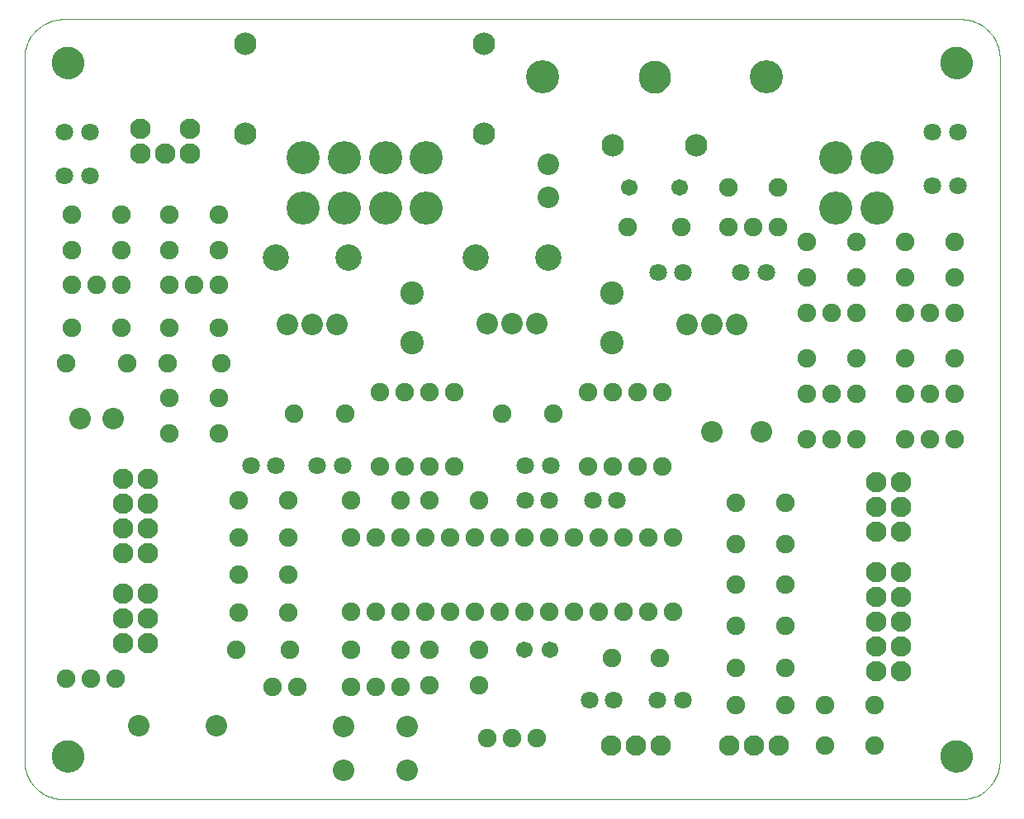
<source format=gbs>
G75*
%MOIN*%
%OFA0B0*%
%FSLAX24Y24*%
%IPPOS*%
%LPD*%
%AMOC8*
5,1,8,0,0,1.08239X$1,22.5*
%
%ADD10C,0.0000*%
%ADD11C,0.1300*%
%ADD12C,0.0749*%
%ADD13C,0.0709*%
%ADD14C,0.0670*%
%ADD15C,0.0867*%
%ADD16C,0.0827*%
%ADD17C,0.1064*%
%ADD18C,0.0906*%
%ADD19C,0.1339*%
%ADD20C,0.0946*%
D10*
X002390Y008381D02*
X038610Y008381D01*
X038610Y008385D02*
X038687Y008387D01*
X038764Y008393D01*
X038841Y008402D01*
X038917Y008415D01*
X038993Y008432D01*
X039067Y008453D01*
X039141Y008477D01*
X039213Y008505D01*
X039283Y008536D01*
X039352Y008571D01*
X039420Y008609D01*
X039485Y008650D01*
X039548Y008695D01*
X039609Y008743D01*
X039668Y008793D01*
X039724Y008846D01*
X039777Y008902D01*
X039827Y008961D01*
X039875Y009022D01*
X039920Y009085D01*
X039961Y009150D01*
X039999Y009218D01*
X040034Y009287D01*
X040065Y009357D01*
X040093Y009429D01*
X040117Y009503D01*
X040138Y009577D01*
X040155Y009653D01*
X040168Y009729D01*
X040177Y009806D01*
X040183Y009883D01*
X040185Y009960D01*
X040185Y038306D01*
X040183Y038383D01*
X040177Y038460D01*
X040168Y038537D01*
X040155Y038613D01*
X040138Y038689D01*
X040117Y038763D01*
X040093Y038837D01*
X040065Y038909D01*
X040034Y038979D01*
X039999Y039048D01*
X039961Y039116D01*
X039920Y039181D01*
X039875Y039244D01*
X039827Y039305D01*
X039777Y039364D01*
X039724Y039420D01*
X039668Y039473D01*
X039609Y039523D01*
X039548Y039571D01*
X039485Y039616D01*
X039420Y039657D01*
X039352Y039695D01*
X039283Y039730D01*
X039213Y039761D01*
X039141Y039789D01*
X039067Y039813D01*
X038993Y039834D01*
X038917Y039851D01*
X038841Y039864D01*
X038764Y039873D01*
X038687Y039879D01*
X038610Y039881D01*
X002390Y039881D01*
X002313Y039879D01*
X002236Y039873D01*
X002159Y039864D01*
X002083Y039851D01*
X002007Y039834D01*
X001933Y039813D01*
X001859Y039789D01*
X001787Y039761D01*
X001717Y039730D01*
X001648Y039695D01*
X001580Y039657D01*
X001515Y039616D01*
X001452Y039571D01*
X001391Y039523D01*
X001332Y039473D01*
X001276Y039420D01*
X001223Y039364D01*
X001173Y039305D01*
X001125Y039244D01*
X001080Y039181D01*
X001039Y039116D01*
X001001Y039048D01*
X000966Y038979D01*
X000935Y038909D01*
X000907Y038837D01*
X000883Y038763D01*
X000862Y038689D01*
X000845Y038613D01*
X000832Y038537D01*
X000823Y038460D01*
X000817Y038383D01*
X000815Y038306D01*
X000815Y009960D01*
X000817Y009883D01*
X000823Y009806D01*
X000832Y009729D01*
X000845Y009653D01*
X000862Y009577D01*
X000883Y009503D01*
X000907Y009429D01*
X000935Y009357D01*
X000966Y009287D01*
X001001Y009218D01*
X001039Y009150D01*
X001080Y009085D01*
X001125Y009022D01*
X001173Y008961D01*
X001223Y008902D01*
X001276Y008846D01*
X001332Y008793D01*
X001391Y008743D01*
X001452Y008695D01*
X001515Y008650D01*
X001580Y008609D01*
X001648Y008571D01*
X001717Y008536D01*
X001787Y008505D01*
X001859Y008477D01*
X001933Y008453D01*
X002007Y008432D01*
X002083Y008415D01*
X002159Y008402D01*
X002236Y008393D01*
X002313Y008387D01*
X002390Y008385D01*
X001937Y010133D02*
X001939Y010183D01*
X001945Y010233D01*
X001955Y010282D01*
X001969Y010330D01*
X001986Y010377D01*
X002007Y010422D01*
X002032Y010466D01*
X002060Y010507D01*
X002092Y010546D01*
X002126Y010583D01*
X002163Y010617D01*
X002203Y010647D01*
X002245Y010674D01*
X002289Y010698D01*
X002335Y010719D01*
X002382Y010735D01*
X002430Y010748D01*
X002480Y010757D01*
X002529Y010762D01*
X002580Y010763D01*
X002630Y010760D01*
X002679Y010753D01*
X002728Y010742D01*
X002776Y010727D01*
X002822Y010709D01*
X002867Y010687D01*
X002910Y010661D01*
X002951Y010632D01*
X002990Y010600D01*
X003026Y010565D01*
X003058Y010527D01*
X003088Y010487D01*
X003115Y010444D01*
X003138Y010400D01*
X003157Y010354D01*
X003173Y010306D01*
X003185Y010257D01*
X003193Y010208D01*
X003197Y010158D01*
X003197Y010108D01*
X003193Y010058D01*
X003185Y010009D01*
X003173Y009960D01*
X003157Y009912D01*
X003138Y009866D01*
X003115Y009822D01*
X003088Y009779D01*
X003058Y009739D01*
X003026Y009701D01*
X002990Y009666D01*
X002951Y009634D01*
X002910Y009605D01*
X002867Y009579D01*
X002822Y009557D01*
X002776Y009539D01*
X002728Y009524D01*
X002679Y009513D01*
X002630Y009506D01*
X002580Y009503D01*
X002529Y009504D01*
X002480Y009509D01*
X002430Y009518D01*
X002382Y009531D01*
X002335Y009547D01*
X002289Y009568D01*
X002245Y009592D01*
X002203Y009619D01*
X002163Y009649D01*
X002126Y009683D01*
X002092Y009720D01*
X002060Y009759D01*
X002032Y009800D01*
X002007Y009844D01*
X001986Y009889D01*
X001969Y009936D01*
X001955Y009984D01*
X001945Y010033D01*
X001939Y010083D01*
X001937Y010133D01*
X025618Y037544D02*
X025620Y037594D01*
X025626Y037644D01*
X025636Y037693D01*
X025650Y037741D01*
X025667Y037788D01*
X025688Y037833D01*
X025713Y037877D01*
X025741Y037918D01*
X025773Y037957D01*
X025807Y037994D01*
X025844Y038028D01*
X025884Y038058D01*
X025926Y038085D01*
X025970Y038109D01*
X026016Y038130D01*
X026063Y038146D01*
X026111Y038159D01*
X026161Y038168D01*
X026210Y038173D01*
X026261Y038174D01*
X026311Y038171D01*
X026360Y038164D01*
X026409Y038153D01*
X026457Y038138D01*
X026503Y038120D01*
X026548Y038098D01*
X026591Y038072D01*
X026632Y038043D01*
X026671Y038011D01*
X026707Y037976D01*
X026739Y037938D01*
X026769Y037898D01*
X026796Y037855D01*
X026819Y037811D01*
X026838Y037765D01*
X026854Y037717D01*
X026866Y037668D01*
X026874Y037619D01*
X026878Y037569D01*
X026878Y037519D01*
X026874Y037469D01*
X026866Y037420D01*
X026854Y037371D01*
X026838Y037323D01*
X026819Y037277D01*
X026796Y037233D01*
X026769Y037190D01*
X026739Y037150D01*
X026707Y037112D01*
X026671Y037077D01*
X026632Y037045D01*
X026591Y037016D01*
X026548Y036990D01*
X026503Y036968D01*
X026457Y036950D01*
X026409Y036935D01*
X026360Y036924D01*
X026311Y036917D01*
X026261Y036914D01*
X026210Y036915D01*
X026161Y036920D01*
X026111Y036929D01*
X026063Y036942D01*
X026016Y036958D01*
X025970Y036979D01*
X025926Y037003D01*
X025884Y037030D01*
X025844Y037060D01*
X025807Y037094D01*
X025773Y037131D01*
X025741Y037170D01*
X025713Y037211D01*
X025688Y037255D01*
X025667Y037300D01*
X025650Y037347D01*
X025636Y037395D01*
X025626Y037444D01*
X025620Y037494D01*
X025618Y037544D01*
X037803Y038129D02*
X037805Y038179D01*
X037811Y038229D01*
X037821Y038278D01*
X037835Y038326D01*
X037852Y038373D01*
X037873Y038418D01*
X037898Y038462D01*
X037926Y038503D01*
X037958Y038542D01*
X037992Y038579D01*
X038029Y038613D01*
X038069Y038643D01*
X038111Y038670D01*
X038155Y038694D01*
X038201Y038715D01*
X038248Y038731D01*
X038296Y038744D01*
X038346Y038753D01*
X038395Y038758D01*
X038446Y038759D01*
X038496Y038756D01*
X038545Y038749D01*
X038594Y038738D01*
X038642Y038723D01*
X038688Y038705D01*
X038733Y038683D01*
X038776Y038657D01*
X038817Y038628D01*
X038856Y038596D01*
X038892Y038561D01*
X038924Y038523D01*
X038954Y038483D01*
X038981Y038440D01*
X039004Y038396D01*
X039023Y038350D01*
X039039Y038302D01*
X039051Y038253D01*
X039059Y038204D01*
X039063Y038154D01*
X039063Y038104D01*
X039059Y038054D01*
X039051Y038005D01*
X039039Y037956D01*
X039023Y037908D01*
X039004Y037862D01*
X038981Y037818D01*
X038954Y037775D01*
X038924Y037735D01*
X038892Y037697D01*
X038856Y037662D01*
X038817Y037630D01*
X038776Y037601D01*
X038733Y037575D01*
X038688Y037553D01*
X038642Y037535D01*
X038594Y037520D01*
X038545Y037509D01*
X038496Y037502D01*
X038446Y037499D01*
X038395Y037500D01*
X038346Y037505D01*
X038296Y037514D01*
X038248Y037527D01*
X038201Y037543D01*
X038155Y037564D01*
X038111Y037588D01*
X038069Y037615D01*
X038029Y037645D01*
X037992Y037679D01*
X037958Y037716D01*
X037926Y037755D01*
X037898Y037796D01*
X037873Y037840D01*
X037852Y037885D01*
X037835Y037932D01*
X037821Y037980D01*
X037811Y038029D01*
X037805Y038079D01*
X037803Y038129D01*
X037803Y010133D02*
X037805Y010183D01*
X037811Y010233D01*
X037821Y010282D01*
X037835Y010330D01*
X037852Y010377D01*
X037873Y010422D01*
X037898Y010466D01*
X037926Y010507D01*
X037958Y010546D01*
X037992Y010583D01*
X038029Y010617D01*
X038069Y010647D01*
X038111Y010674D01*
X038155Y010698D01*
X038201Y010719D01*
X038248Y010735D01*
X038296Y010748D01*
X038346Y010757D01*
X038395Y010762D01*
X038446Y010763D01*
X038496Y010760D01*
X038545Y010753D01*
X038594Y010742D01*
X038642Y010727D01*
X038688Y010709D01*
X038733Y010687D01*
X038776Y010661D01*
X038817Y010632D01*
X038856Y010600D01*
X038892Y010565D01*
X038924Y010527D01*
X038954Y010487D01*
X038981Y010444D01*
X039004Y010400D01*
X039023Y010354D01*
X039039Y010306D01*
X039051Y010257D01*
X039059Y010208D01*
X039063Y010158D01*
X039063Y010108D01*
X039059Y010058D01*
X039051Y010009D01*
X039039Y009960D01*
X039023Y009912D01*
X039004Y009866D01*
X038981Y009822D01*
X038954Y009779D01*
X038924Y009739D01*
X038892Y009701D01*
X038856Y009666D01*
X038817Y009634D01*
X038776Y009605D01*
X038733Y009579D01*
X038688Y009557D01*
X038642Y009539D01*
X038594Y009524D01*
X038545Y009513D01*
X038496Y009506D01*
X038446Y009503D01*
X038395Y009504D01*
X038346Y009509D01*
X038296Y009518D01*
X038248Y009531D01*
X038201Y009547D01*
X038155Y009568D01*
X038111Y009592D01*
X038069Y009619D01*
X038029Y009649D01*
X037992Y009683D01*
X037958Y009720D01*
X037926Y009759D01*
X037898Y009800D01*
X037873Y009844D01*
X037852Y009889D01*
X037835Y009936D01*
X037821Y009984D01*
X037811Y010033D01*
X037805Y010083D01*
X037803Y010133D01*
X001937Y038129D02*
X001939Y038179D01*
X001945Y038229D01*
X001955Y038278D01*
X001969Y038326D01*
X001986Y038373D01*
X002007Y038418D01*
X002032Y038462D01*
X002060Y038503D01*
X002092Y038542D01*
X002126Y038579D01*
X002163Y038613D01*
X002203Y038643D01*
X002245Y038670D01*
X002289Y038694D01*
X002335Y038715D01*
X002382Y038731D01*
X002430Y038744D01*
X002480Y038753D01*
X002529Y038758D01*
X002580Y038759D01*
X002630Y038756D01*
X002679Y038749D01*
X002728Y038738D01*
X002776Y038723D01*
X002822Y038705D01*
X002867Y038683D01*
X002910Y038657D01*
X002951Y038628D01*
X002990Y038596D01*
X003026Y038561D01*
X003058Y038523D01*
X003088Y038483D01*
X003115Y038440D01*
X003138Y038396D01*
X003157Y038350D01*
X003173Y038302D01*
X003185Y038253D01*
X003193Y038204D01*
X003197Y038154D01*
X003197Y038104D01*
X003193Y038054D01*
X003185Y038005D01*
X003173Y037956D01*
X003157Y037908D01*
X003138Y037862D01*
X003115Y037818D01*
X003088Y037775D01*
X003058Y037735D01*
X003026Y037697D01*
X002990Y037662D01*
X002951Y037630D01*
X002910Y037601D01*
X002867Y037575D01*
X002822Y037553D01*
X002776Y037535D01*
X002728Y037520D01*
X002679Y037509D01*
X002630Y037502D01*
X002580Y037499D01*
X002529Y037500D01*
X002480Y037505D01*
X002430Y037514D01*
X002382Y037527D01*
X002335Y037543D01*
X002289Y037564D01*
X002245Y037588D01*
X002203Y037615D01*
X002163Y037645D01*
X002126Y037679D01*
X002092Y037716D01*
X002060Y037755D01*
X002032Y037796D01*
X002007Y037840D01*
X001986Y037885D01*
X001969Y037932D01*
X001955Y037980D01*
X001945Y038029D01*
X001939Y038079D01*
X001937Y038129D01*
D11*
X002567Y038129D03*
X026248Y037544D03*
X038433Y038129D03*
X038433Y010133D03*
X002567Y010133D03*
D12*
X002492Y013273D03*
X003492Y013273D03*
X004492Y013273D03*
X009378Y014434D03*
X009461Y015940D03*
X009461Y017446D03*
X009461Y018952D03*
X009461Y020458D03*
X011461Y020458D03*
X011461Y018952D03*
X011461Y017446D03*
X011461Y015940D03*
X011543Y014434D03*
X011827Y012938D03*
X010827Y012938D03*
X013988Y012938D03*
X014988Y012938D03*
X015988Y012938D03*
X017177Y012977D03*
X017177Y014434D03*
X015988Y014434D03*
X016000Y015946D03*
X015000Y015946D03*
X014000Y015946D03*
X013988Y014434D03*
X017000Y015946D03*
X018000Y015946D03*
X019000Y015946D03*
X020000Y015946D03*
X021000Y015946D03*
X022000Y015946D03*
X023000Y015946D03*
X024000Y015946D03*
X025000Y015946D03*
X026000Y015946D03*
X027000Y015946D03*
X026465Y014099D03*
X024535Y014099D03*
X021500Y010851D03*
X020500Y010851D03*
X019500Y010851D03*
X019177Y012977D03*
X019177Y014434D03*
X019000Y018946D03*
X020000Y018946D03*
X021000Y018946D03*
X022000Y018946D03*
X023000Y018946D03*
X024000Y018946D03*
X025000Y018946D03*
X026000Y018946D03*
X027000Y018946D03*
X029539Y018706D03*
X029539Y020359D03*
X031539Y020359D03*
X031539Y018706D03*
X031539Y017052D03*
X031539Y015399D03*
X031539Y013706D03*
X031539Y012190D03*
X033122Y012190D03*
X033122Y010576D03*
X035122Y010576D03*
X035122Y012190D03*
X029539Y012190D03*
X029539Y013706D03*
X029539Y015399D03*
X029539Y017052D03*
X026567Y021832D03*
X025567Y021832D03*
X024567Y021832D03*
X023567Y021832D03*
X022154Y023962D03*
X023567Y024832D03*
X024567Y024832D03*
X025567Y024832D03*
X026567Y024832D03*
X032413Y024769D03*
X033413Y024769D03*
X034413Y024769D03*
X034413Y026206D03*
X034413Y028036D03*
X033413Y028036D03*
X032413Y028036D03*
X032413Y029473D03*
X032413Y030891D03*
X031244Y031481D03*
X030244Y031481D03*
X029244Y031481D03*
X029244Y033095D03*
X031244Y033095D03*
X034413Y030891D03*
X034413Y029473D03*
X036350Y029473D03*
X036350Y028036D03*
X037350Y028036D03*
X038350Y028036D03*
X038350Y029473D03*
X038350Y030891D03*
X036350Y030891D03*
X036350Y026206D03*
X036350Y024769D03*
X037350Y024769D03*
X038350Y024769D03*
X038350Y026206D03*
X038350Y022938D03*
X037350Y022938D03*
X036350Y022938D03*
X034413Y022938D03*
X033413Y022938D03*
X032413Y022938D03*
X032413Y026206D03*
X027331Y031481D03*
X025165Y031481D03*
X018161Y024832D03*
X017161Y024832D03*
X016161Y024832D03*
X015161Y024832D03*
X013748Y023962D03*
X011701Y023962D03*
X008665Y024592D03*
X008665Y023174D03*
X006665Y023174D03*
X006665Y024592D03*
X006583Y026009D03*
X006665Y027426D03*
X006665Y029158D03*
X007665Y029158D03*
X008665Y029158D03*
X008665Y030576D03*
X008665Y031993D03*
X006665Y031993D03*
X006665Y030576D03*
X004728Y030576D03*
X004728Y031993D03*
X002728Y031993D03*
X002728Y030576D03*
X002728Y029158D03*
X003728Y029158D03*
X004728Y029158D03*
X004728Y027426D03*
X004949Y026009D03*
X002508Y026009D03*
X002728Y027426D03*
X008665Y027426D03*
X008748Y026009D03*
X013988Y020458D03*
X015161Y021832D03*
X016161Y021832D03*
X017161Y021832D03*
X018161Y021832D03*
X017177Y020458D03*
X015988Y020458D03*
X016000Y018946D03*
X015000Y018946D03*
X014000Y018946D03*
X017000Y018946D03*
X018000Y018946D03*
X019177Y020458D03*
X020106Y023962D03*
D13*
X021031Y021855D03*
X022055Y021855D03*
X021992Y020458D03*
X021016Y020458D03*
X023752Y020458D03*
X024728Y020458D03*
X024610Y012406D03*
X023634Y012406D03*
X026366Y012406D03*
X027390Y012406D03*
X013650Y021855D03*
X012626Y021855D03*
X010972Y021855D03*
X009949Y021855D03*
X003453Y033568D03*
X002429Y033568D03*
X002429Y035340D03*
X003453Y035340D03*
X026386Y029670D03*
X027409Y029670D03*
X029732Y029670D03*
X030756Y029670D03*
X037469Y033174D03*
X038492Y033174D03*
X038492Y035340D03*
X037469Y035340D03*
D14*
X027272Y033095D03*
X025224Y033095D03*
X022016Y014434D03*
X020992Y014434D03*
D15*
X016268Y011316D03*
X016268Y009544D03*
X013709Y009544D03*
X013709Y011316D03*
X008567Y011375D03*
X005417Y011375D03*
X004398Y023765D03*
X003059Y023765D03*
X011429Y027564D03*
X012429Y027564D03*
X013429Y027564D03*
X019500Y027588D03*
X020500Y027588D03*
X021500Y027588D03*
X021957Y032702D03*
X021957Y034040D03*
X027571Y027556D03*
X028571Y027556D03*
X029571Y027556D03*
X028575Y023233D03*
X030575Y023233D03*
D16*
X035213Y021182D03*
X036213Y021182D03*
X036213Y020182D03*
X035213Y020182D03*
X035213Y019182D03*
X036213Y019182D03*
X036213Y017576D03*
X036213Y016576D03*
X035213Y016576D03*
X035213Y017576D03*
X035213Y015576D03*
X036213Y015576D03*
X036213Y014576D03*
X035213Y014576D03*
X035213Y013576D03*
X036213Y013576D03*
X031264Y010576D03*
X030264Y010576D03*
X029264Y010576D03*
X026500Y010576D03*
X025500Y010576D03*
X024500Y010576D03*
X005787Y014694D03*
X004787Y014694D03*
X004787Y015694D03*
X004787Y016694D03*
X005787Y016694D03*
X005787Y015694D03*
X005787Y018328D03*
X004787Y018328D03*
X004787Y019328D03*
X004787Y020328D03*
X004787Y021328D03*
X005787Y021328D03*
X005787Y020328D03*
X005787Y019328D03*
X005484Y034462D03*
X005484Y035462D03*
X006484Y034462D03*
X007484Y034462D03*
X007484Y035462D03*
D17*
X010972Y030261D03*
X013886Y030261D03*
X019043Y030261D03*
X021957Y030261D03*
D18*
X024555Y034808D03*
X027941Y034808D03*
X019378Y035261D03*
X019378Y038883D03*
X009732Y038883D03*
X009732Y035261D03*
D19*
X012075Y034277D03*
X013728Y034277D03*
X015382Y034277D03*
X017035Y034277D03*
X017035Y032269D03*
X015382Y032269D03*
X013728Y032269D03*
X012075Y032269D03*
X021720Y037544D03*
X030776Y037544D03*
X033571Y034277D03*
X035224Y034277D03*
X035224Y032269D03*
X033571Y032269D03*
D20*
X024535Y028820D03*
X024535Y026820D03*
X016465Y026820D03*
X016465Y028820D03*
M02*

</source>
